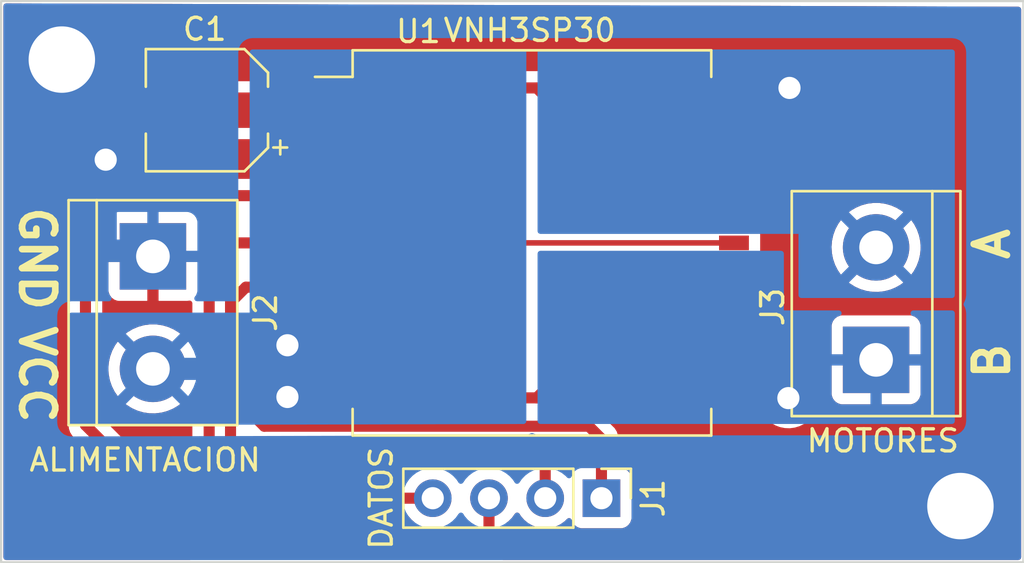
<source format=kicad_pcb>
(kicad_pcb (version 20211014) (generator pcbnew)
  (layers (0 "F.Cu" signal) (31 "B.Cu" signal) (34 "B.Paste" user) (35 "F.Paste" user) (36 "B.SilkS" user "B.Silkscreen") (37 "F.SilkS" user "F.Silkscreen") (38 "B.Mask" user) (39 "F.Mask" user) (44 "Edge.Cuts" user))
  (net 0 "")
  (net 1 "/OUTA")
  (net 3 "/VCCM")
  (net 5 "/INA")
  (net 6 "/EN")
  (net 8 "/PWM")
  (net 10 "/INB")
  (net 13 "/OUTB")
  (net 15 "GND")
  (footprint "Package_SO:ST_MultiPowerSO-30" (layer "F.Cu") (at 29.6672 34.036)
    (fp_text reference "U1" (at -5.1308 -9.5504) (layer "F.SilkS"))
    (fp_text value "VNH3SP30" (at -0.1016 -9.6012) (layer "F.SilkS"))
    (fp_line (start -8.1 -8.7) (end -8.1 -7.5) (layer "F.SilkS") (width 0.12))
    (fp_line (start 8 8.7) (end -8.1 8.7) (layer "F.SilkS") (width 0.12))
    (fp_line (start 8 -8.7) (end -8 -8.7) (layer "F.SilkS") (width 0.12))
    (fp_line (start 8.1 8.7) (end 8.1 7.5) (layer "F.SilkS") (width 0.12))
    (fp_line (start 8 8.7) (end 8.1 8.7) (layer "F.SilkS") (width 0.12))
    (fp_line (start -8.1 -7.5) (end -9.8 -7.5) (layer "F.SilkS") (width 0.12))
    (fp_line (start 8.1 -8.7) (end 8.1 -7.5) (layer "F.SilkS") (width 0.12))
    (fp_line (start 8 -8.7) (end 8.1 -8.7) (layer "F.SilkS") (width 0.12))
    (fp_line (start -8.1 8.7) (end -8.1 7.5) (layer "F.SilkS") (width 0.12))
    (fp_line (start -8 -8.7) (end -8.1 -8.7) (layer "F.SilkS") (width 0.12))
    (pad "1" smd rect (at -9.125 -7 270) (size 0.66 1.35) (layers "F.Cu" "F.Paste" "F.Mask") (net 1 "/OUTA"))
    (pad "2" smd rect (at -9.125 -6 270) (size 0.66 1.35) (layers "F.Cu" "F.Paste" "F.Mask"))
    (pad "3" smd rect (at -9.125 -5 270) (size 0.66 1.35) (layers "F.Cu" "F.Paste" "F.Mask") (net 3 "/VCCM"))
    (pad "4" smd rect (at -9.125 -4 270) (size 0.66 1.35) (layers "F.Cu" "F.Paste" "F.Mask"))
    (pad "5" smd rect (at -9.125 -3 270) (size 0.66 1.35) (layers "F.Cu" "F.Paste" "F.Mask") (net 5 "/INA"))
    (pad "6" smd rect (at -9.125 -2 270) (size 0.66 1.35) (layers "F.Cu" "F.Paste" "F.Mask") (net 6 "/EN"))
    (pad "7" smd rect (at -9.125 -1 270) (size 0.66 1.35) (layers "F.Cu" "F.Paste" "F.Mask"))
    (pad "8" smd rect (at -9.125 0 270) (size 0.66 1.35) (layers "F.Cu" "F.Paste" "F.Mask") (net 8 "/PWM"))
    (pad "9" smd rect (at -9.125 1 270) (size 0.66 1.35) (layers "F.Cu" "F.Paste" "F.Mask"))
    (pad "10" smd rect (at -9.125 2 270) (size 0.66 1.35) (layers "F.Cu" "F.Paste" "F.Mask") (net 6 "/EN"))
    (pad "11" smd rect (at -9.125 3 270) (size 0.66 1.35) (layers "F.Cu" "F.Paste" "F.Mask") (net 10 "/INB"))
    (pad "12" smd rect (at -9.125 4 270) (size 0.66 1.35) (layers "F.Cu" "F.Paste" "F.Mask"))
    (pad "13" smd rect (at -9.125 5 270) (size 0.66 1.35) (layers "F.Cu" "F.Paste" "F.Mask") (net 3 "/VCCM"))
    (pad "14" smd rect (at -9.125 6 270) (size 0.66 1.35) (layers "F.Cu" "F.Paste" "F.Mask"))
    (pad "15" smd rect (at -9.125 7 270) (size 0.66 1.35) (layers "F.Cu" "F.Paste" "F.Mask") (net 13 "/OUTB"))
    (pad "16" smd rect (at 9.125 7 270) (size 0.66 1.35) (layers "F.Cu" "F.Paste" "F.Mask") (net 13 "/OUTB"))
    (pad "17" smd rect (at 9.125 6 270) (size 0.66 1.35) (layers "F.Cu" "F.Paste" "F.Mask"))
    (pad "18" smd rect (at 9.125 5 270) (size 0.66 1.35) (layers "F.Cu" "F.Paste" "F.Mask") (net 15 "GND"))
    (pad "19" smd rect (at 9.125 4 270) (size 0.66 1.35) (layers "F.Cu" "F.Paste" "F.Mask") (net 15 "GND"))
    (pad "20" smd rect (at 9.125 3 270) (size 0.66 1.35) (layers "F.Cu" "F.Paste" "F.Mask") (net 15 "GND"))
    (pad "21" smd rect (at 9.125 2 270) (size 0.66 1.35) (layers "F.Cu" "F.Paste" "F.Mask") (net 13 "/OUTB"))
    (pad "22" smd rect (at 9.125 1 270) (size 0.66 1.35) (layers "F.Cu" "F.Paste" "F.Mask"))
    (pad "23" smd rect (at 9.125 0 270) (size 0.66 1.35) (layers "F.Cu" "F.Paste" "F.Mask") (net 3 "/VCCM"))
    (pad "24" smd rect (at 9.125 -1 270) (size 0.66 1.35) (layers "F.Cu" "F.Paste" "F.Mask"))
    (pad "25" smd rect (at 9.125 -2 270) (size 0.66 1.35) (layers "F.Cu" "F.Paste" "F.Mask") (net 1 "/OUTA"))
    (pad "26" smd rect (at 9.125 -3 270) (size 0.66 1.35) (layers "F.Cu" "F.Paste" "F.Mask") (net 15 "GND"))
    (pad "27" smd rect (at 9.125 -4 270) (size 0.66 1.35) (layers "F.Cu" "F.Paste" "F.Mask") (net 15 "GND"))
    (pad "28" smd rect (at 9.125 -5 270) (size 0.66 1.35) (layers "F.Cu" "F.Paste" "F.Mask") (net 15 "GND"))
    (pad "29" smd rect (at 9.125 -6 270) (size 0.66 1.35) (layers "F.Cu" "F.Paste" "F.Mask"))
    (pad "30" smd rect (at 9.125 -7 270) (size 0.66 1.35) (layers "F.Cu" "F.Paste" "F.Mask") (net 1 "/OUTA"))
    (pad "31" smd rect (at -3.05 0) (size 5.25 10.3) (layers "F.Cu" "F.Paste" "F.Mask") (net 3 "/VCCM"))
    (pad "32" smd rect (at 3.05 -4.165) (size 5.25 6.23) (layers "F.Cu" "F.Paste" "F.Mask") (net 1 "/OUTA"))
    (pad "33" smd rect (at 3.05 4.165) (size 5.25 6.23) (layers "F.Cu" "F.Paste" "F.Mask") (net 13 "/OUTB"))
  )
  (footprint "TerminalBlock:TerminalBlock_bornier-2_P5.08mm" (layer "F.Cu") (at 12.5476 34.6456 -90)
    (fp_text reference "J2" (at 2.54 -5.08 90) (layer "F.SilkS"))
    (fp_text value "ALIMENTACION" (at 9.1948 0.3556 180) (layer "F.SilkS"))
    (fp_line (start 7.62 3.81) (end 7.62 -3.81) (layer "F.SilkS") (width 0.12))
    (fp_line (start -2.54 3.81) (end 7.62 3.81) (layer "F.SilkS") (width 0.12))
    (fp_line (start 7.62 -3.81) (end -2.54 -3.81) (layer "F.SilkS") (width 0.12))
    (fp_line (start -2.54 -3.81) (end -2.54 3.81) (layer "F.SilkS") (width 0.12))
    (fp_line (start 7.62 2.54) (end -2.54 2.54) (layer "F.SilkS") (width 0.12))
    (pad "1" thru_hole rect (at 0 0 270) (size 3 3) (drill 1.52) (layers *.Cu *.Mask) (net 15 "GND"))
    (pad "2" thru_hole circle (at 5.08 0 270) (size 3 3) (drill 1.52) (layers *.Cu *.Mask) (net 3 "/VCCM"))
  )
  (footprint "Capacitor_SMD:CP_Elec_5x5.3" (layer "F.Cu") (at 14.986 28.0416 180)
    (fp_text reference "C1" (at 0.1016 3.6576) (layer "F.SilkS"))
    (fp_text value "C_Polarized" hide)
    (fp_line (start -1.695563 -2.76) (end 2.76 -2.76) (layer "F.SilkS") (width 0.12))
    (fp_line (start -2.76 -1.695563) (end -2.76 -1.06) (layer "F.SilkS") (width 0.12))
    (fp_line (start -1.695563 2.76) (end 2.76 2.76) (layer "F.SilkS") (width 0.12))
    (fp_line (start 2.76 2.76) (end 2.76 1.06) (layer "F.SilkS") (width 0.12))
    (fp_line (start -3.3125 -1.9975) (end -3.3125 -1.3725) (layer "F.SilkS") (width 0.12))
    (fp_line (start -2.76 1.695563) (end -1.695563 2.76) (layer "F.SilkS") (width 0.12))
    (fp_line (start -2.76 -1.695563) (end -1.695563 -2.76) (layer "F.SilkS") (width 0.12))
    (fp_line (start -2.76 1.695563) (end -2.76 1.06) (layer "F.SilkS") (width 0.12))
    (fp_line (start 2.76 -2.76) (end 2.76 -1.06) (layer "F.SilkS") (width 0.12))
    (fp_line (start -3.625 -1.685) (end -3 -1.685) (layer "F.SilkS") (width 0.12))
    (pad "1" smd roundrect (at -2.2 0 180) (size 3 1.6) (layers "F.Cu" "F.Paste" "F.Mask") (roundrect_rratio 0.15625) (net 3 "/VCCM"))
    (pad "2" smd roundrect (at 2.2 0 180) (size 3 1.6) (layers "F.Cu" "F.Paste" "F.Mask") (roundrect_rratio 0.15625) (net 15 "GND"))
  )
  (footprint "TerminalBlock:TerminalBlock_bornier-2_P5.08mm" (layer "F.Cu") (at 45.212 39.3192 90)
    (fp_text reference "J3" (at 2.3876 -4.6736 90) (layer "F.SilkS"))
    (fp_text value "MOTORES" (at -3.6576 0.3048 180) (layer "F.SilkS"))
    (fp_line (start 7.62 -3.81) (end -2.54 -3.81) (layer "F.SilkS") (width 0.12))
    (fp_line (start -2.54 3.81) (end 7.62 3.81) (layer "F.SilkS") (width 0.12))
    (fp_line (start 7.62 2.54) (end -2.54 2.54) (layer "F.SilkS") (width 0.12))
    (fp_line (start 7.62 3.81) (end 7.62 -3.81) (layer "F.SilkS") (width 0.12))
    (fp_line (start -2.54 -3.81) (end -2.54 3.81) (layer "F.SilkS") (width 0.12))
    (pad "1" thru_hole rect (at 0 0 90) (size 3 3) (drill 1.52) (layers *.Cu *.Mask) (net 13 "/OUTB"))
    (pad "2" thru_hole circle (at 5.08 0 90) (size 3 3) (drill 1.52) (layers *.Cu *.Mask) (net 1 "/OUTA"))
  )
  (footprint "Connector_PinHeader_2.54mm:PinHeader_1x04_P2.54mm_Vertical" (layer "F.Cu") (at 32.8068 45.5676 -90)
    (fp_text reference "J1" (at 0 -2.33 90) (layer "F.SilkS"))
    (fp_text value "DATOS" (at 0 9.95 90) (layer "F.SilkS"))
    (fp_line (start -1.33 8.95) (end 1.33 8.95) (layer "F.SilkS") (width 0.12))
    (fp_line (start 1.33 1.27) (end 1.33 8.95) (layer "F.SilkS") (width 0.12))
    (fp_line (start -1.33 0) (end -1.33 -1.33) (layer "F.SilkS") (width 0.12))
    (fp_line (start -1.33 1.27) (end -1.33 8.95) (layer "F.SilkS") (width 0.12))
    (fp_line (start -1.33 1.27) (end 1.33 1.27) (layer "F.SilkS") (width 0.12))
    (fp_line (start -1.33 -1.33) (end 0 -1.33) (layer "F.SilkS") (width 0.12))
    (pad "1" thru_hole rect (at 0 0 270) (size 1.7 1.7) (drill 1) (layers *.Cu *.Mask) (net 10 "/INB"))
    (pad "2" thru_hole oval (at 0 2.54 270) (size 1.7 1.7) (drill 1) (layers *.Cu *.Mask) (net 6 "/EN"))
    (pad "3" thru_hole oval (at 0 5.08 270) (size 1.7 1.7) (drill 1) (layers *.Cu *.Mask) (net 5 "/INA"))
    (pad "4" thru_hole oval (at 0 7.62 270) (size 1.7 1.7) (drill 1) (layers *.Cu *.Mask) (net 8 "/PWM"))
  )
  (gr_rect (start 5.6896 23.114) (end 51.8668 48.4632) (layer "Edge.Cuts") (width 0.1) (fill none))
  (gr_text "GND\n" (at 7.3152 34.7472 270) (layer "F.SilkS") (effects (font (size 1.5 1.5) (thickness 0.3))))
  (gr_text "B" (at 50.4444 39.37 90) (layer "F.SilkS") (effects (font (size 1.5 1.5) (thickness 0.3))))
  (gr_text "VCC" (at 7.3152 39.9796 270) (layer "F.SilkS") (effects (font (size 1.5 1.5) (thickness 0.3))))
  (gr_text "A\n" (at 50.4444 34.0868 90) (layer "F.SilkS") (effects (font (size 1.5 1.5) (thickness 0.3))))
  (segment (start 29.8822 27.036) (end 32.7172 29.871) (width 0.5) (layer "F.Cu") (net 1))
  (segment (start 35.5522 27.036) (end 32.7172 29.871) (width 0.5) (layer "F.Cu") (net 1))
  (segment (start 34.8822 32.036) (end 32.7172 29.871) (width 0.5) (layer "F.Cu") (net 1))
  (segment (start 20.5422 27.036) (end 29.8822 27.036) (width 0.5) (layer "F.Cu") (net 1))
  (segment (start 38.7922 27.036) (end 41.3004 27.036) (width 0.5) (layer "F.Cu") (net 1))
  (segment (start 38.7922 32.036) (end 34.8822 32.036) (width 0.5) (layer "F.Cu") (net 1))
  (segment (start 38.7922 27.036) (end 35.5522 27.036) (width 0.5) (layer "F.Cu") (net 1))
  (via (at 41.3004 27.036) (size 1.7) (drill 1) (layers "F.Cu" "B.Cu") (net 1))
  (segment (start 17.9832 27.8892) (end 19.13 29.036) (width 0.5) (layer "F.Cu") (net 3))
  (segment (start 26.6172 35.5112) (end 26.6172 34.036) (width 0.5) (layer "F.Cu") (net 3))
  (segment (start 26.6172 32.4668) (end 26.6172 34.036) (width 0.5) (layer "F.Cu") (net 3))
  (segment (start 23.0924 39.036) (end 26.6172 35.5112) (width 0.5) (layer "F.Cu") (net 3))
  (segment (start 19.638178 39.036) (end 20.5422 39.036) (width 0.5) (layer "F.Cu") (net 3))
  (segment (start 18.6223 40.051878) (end 19.638178 39.036) (width 0.5) (layer "F.Cu") (net 3))
  (segment (start 18.6223 38.6588) (end 18.9995 39.036) (width 0.5) (layer "F.Cu") (net 3))
  (segment (start 20.5422 39.036) (end 23.0924 39.036) (width 0.5) (layer "F.Cu") (net 3))
  (segment (start 23.1864 29.036) (end 26.6172 32.4668) (width 0.5) (layer "F.Cu") (net 3))
  (segment (start 18.6223 40.9956) (end 18.6223 40.051878) (width 0.5) (layer "F.Cu") (net 3))
  (segment (start 19.13 29.036) (end 20.5422 29.036) (width 0.5) (layer "F.Cu") (net 3))
  (segment (start 38.7922 34.036) (end 26.6172 34.036) (width 0.25) (layer "F.Cu") (net 3))
  (segment (start 18.9995 39.036) (end 20.5422 39.036) (width 0.5) (layer "F.Cu") (net 3))
  (segment (start 20.5422 29.036) (end 23.1864 29.036) (width 0.5) (layer "F.Cu") (net 3))
  (via (at 18.6223 38.6588) (size 1.7) (drill 1) (layers "F.Cu" "B.Cu") (net 3))
  (via (at 18.6223 40.9956) (size 1.7) (drill 1) (layers "F.Cu" "B.Cu") (net 3))
  (segment (start 18.6223 40.9956) (end 17.3523 39.7256) (width 1) (layer "B.Cu") (net 3))
  (segment (start 12.8016 39.4716) (end 13.1064 39.4716) (width 1) (layer "B.Cu") (net 3))
  (segment (start 17.3523 39.7256) (end 12.5476 39.7256) (width 1) (layer "B.Cu") (net 3))
  (segment (start 20.5422 31.036) (end 19.1544 31.036) (width 0.5) (layer "F.Cu") (net 5))
  (segment (start 9.4996 32.3596) (end 9.9568 31.9024) (width 0.5) (layer "F.Cu") (net 5))
  (segment (start 9.9568 31.9024) (end 18.288 31.9024) (width 0.5) (layer "F.Cu") (net 5))
  (segment (start 27.7268 47.6096) (end 14.8436 47.6096) (width 0.5) (layer "F.Cu") (net 5))
  (segment (start 27.7268 45.5676) (end 27.7268 47.6096) (width 0.5) (layer "F.Cu") (net 5))
  (segment (start 18.288 31.9024) (end 19.1544 31.036) (width 0.5) (layer "F.Cu") (net 5))
  (segment (start 9.4996 42.2656) (end 9.4996 32.3596) (width 0.5) (layer "F.Cu") (net 5))
  (segment (start 14.8436 47.6096) (end 9.4996 42.2656) (width 0.5) (layer "F.Cu") (net 5))
  (segment (start 30.2668 45.5676) (end 30.2668 43.932) (width 0.5) (layer "F.Cu") (net 6))
  (segment (start 16.2052 43.2816) (end 16.0528 43.1292) (width 0.5) (layer "F.Cu") (net 6))
  (segment (start 29.6164 43.2816) (end 16.2052 43.2816) (width 0.5) (layer "F.Cu") (net 6))
  (segment (start 16.0528 43.1292) (end 16.0528 36.7284) (width 0.5) (layer "F.Cu") (net 6))
  (segment (start 22.7584 32.6644) (end 22.13 32.036) (width 0.5) (layer "F.Cu") (net 6))
  (segment (start 20.5422 36.036) (end 22.2824 36.036) (width 0.5) (layer "F.Cu") (net 6))
  (segment (start 22.7584 35.56) (end 22.7584 32.6644) (width 0.5) (layer "F.Cu") (net 6))
  (segment (start 22.2824 36.036) (end 22.7584 35.56) (width 0.5) (layer "F.Cu") (net 6))
  (segment (start 22.13 32.036) (end 20.5422 32.036) (width 0.5) (layer "F.Cu") (net 6))
  (segment (start 16.0528 36.7284) (end 16.7452 36.036) (width 0.5) (layer "F.Cu") (net 6))
  (segment (start 16.7452 36.036) (end 20.5422 36.036) (width 0.5) (layer "F.Cu") (net 6))
  (segment (start 30.2668 43.932) (end 29.6164 43.2816) (width 0.5) (layer "F.Cu") (net 6))
  (segment (start 15.0876 44.3484) (end 15.0876 34.5948) (width 0.5) (layer "F.Cu") (net 8))
  (segment (start 16.3068 45.5676) (end 15.0876 44.3484) (width 0.5) (layer "F.Cu") (net 8))
  (segment (start 15.6464 34.036) (end 20.5422 34.036) (width 0.5) (layer "F.Cu") (net 8))
  (segment (start 25.1868 45.5676) (end 16.3068 45.5676) (width 0.5) (layer "F.Cu") (net 8))
  (segment (start 15.0876 34.5948) (end 15.6464 34.036) (width 0.5) (layer "F.Cu") (net 8))
  (segment (start 32.8068 45.5676) (end 32.8068 42.8852) (width 0.5) (layer "F.Cu") (net 10))
  (segment (start 17.8788 37.036) (end 20.5422 37.036) (width 0.5) (layer "F.Cu") (net 10))
  (segment (start 17.5768 42.3164) (end 17.1196 41.8592) (width 0.5) (layer "F.Cu") (net 10))
  (segment (start 32.238 42.3164) (end 17.5768 42.3164) (width 0.5) (layer "F.Cu") (net 10))
  (segment (start 32.8068 42.8852) (end 32.238 42.3164) (width 0.5) (layer "F.Cu") (net 10))
  (segment (start 17.1196 41.8592) (end 17.1196 37.7952) (width 0.5) (layer "F.Cu") (net 10))
  (segment (start 17.1196 37.7952) (end 17.8788 37.036) (width 0.5) (layer "F.Cu") (net 10))
  (segment (start 20.5422 41.036) (end 29.8822 41.036) (width 0.5) (layer "F.Cu") (net 13))
  (segment (start 41.2392 41.036) (end 41.2496 41.0464) (width 0.5) (layer "F.Cu") (net 13))
  (segment (start 38.7922 41.036) (end 35.5522 41.036) (width 0.5) (layer "F.Cu") (net 13))
  (segment (start 29.8822 41.036) (end 32.7172 38.201) (width 0.5) (layer "F.Cu") (net 13))
  (segment (start 38.7922 36.036) (end 34.8822 36.036) (width 0.5) (layer "F.Cu") (net 13))
  (segment (start 34.8822 36.036) (end 32.7172 38.201) (width 0.5) (layer "F.Cu") (net 13))
  (segment (start 38.7922 41.036) (end 41.2392 41.036) (width 0.5) (layer "F.Cu") (net 13))
  (segment (start 35.5522 41.036) (end 32.7172 38.201) (width 0.5) (layer "F.Cu") (net 13))
  (via (at 41.2496 41.0464) (size 1.7) (drill 1) (layers "F.Cu" "B.Cu") (net 13))
  (segment (start 12.786 25.4508) (end 12.786 28.0416) (width 0.5) (layer "F.Cu") (net 15))
  (segment (start 43.434 28.6512) (end 43.434 25.7556) (width 0.5) (layer "F.Cu") (net 15))
  (segment (start 38.7922 37.036) (end 40.6372 37.036) (width 0.5) (layer "F.Cu") (net 15))
  (segment (start 40.64 31.242) (end 40.64 34.036) (width 0.5) (layer "F.Cu") (net 15))
  (segment (start 38.7922 39.036) (end 38.7922 37.036) (width 0.5) (layer "F.Cu") (net 15))
  (segment (start 38.7922 29.036) (end 43.0492 29.036) (width 0.5) (layer "F.Cu") (net 15))
  (segment (start 40.434 31.036) (end 40.64 31.242) (width 0.5) (layer "F.Cu") (net 15))
  (segment (start 43.0492 29.036) (end 43.434 28.6512) (width 0.5) (layer "F.Cu") (net 15))
  (segment (start 10.414 30.2768) (end 10.414 28.1432) (width 1) (layer "F.Cu") (net 15))
  (segment (start 10.414 28.1432) (end 10.5156 28.0416) (width 1) (layer "F.Cu") (net 15))
  (segment (start 38.7922 31.036) (end 40.434 31.036) (width 0.5) (layer "F.Cu") (net 15))
  (segment (start 40.64 34.036) (end 40.64 37.0332) (width 0.5) (layer "F.Cu") (net 15))
  (segment (start 38.7922 29.036) (end 38.7922 31.036) (width 0.5) (layer "F.Cu") (net 15))
  (segment (start 40.6372 37.036) (end 40.64 37.0332) (width 0.5) (layer "F.Cu") (net 15))
  (segment (start 10.5156 28.0416) (end 12.786 28.0416) (width 1) (layer "F.Cu") (net 15))
  (segment (start 43.1292 25.4508) (end 12.786 25.4508) (width 0.5) (layer "F.Cu") (net 15))
  (segment (start 43.434 25.7556) (end 43.1292 25.4508) (width 0.5) (layer "F.Cu") (net 15))
  (via (at 10.414 30.2768) (size 1.7) (drill 1) (layers "F.Cu" "B.Cu") (net 15))
  (via (at 8.4328 25.7556) (size 4) (drill 3) (layers "F.Cu" "B.Cu") (net 15))
  (via (at 49.022 45.9232) (size 3.8) (drill 3) (layers "F.Cu" "B.Cu") (net 15))
  (segment (start 10.5664 34.3916) (end 12.2936 34.3916) (width 1) (layer "B.Cu") (net 15))
  (segment (start 10.5664 34.3916) (end 10.414 34.2392) (width 1) (layer "B.Cu") (net 15))
  (segment (start 10.414 34.2392) (end 10.414 30.2768) (width 1) (layer "B.Cu") (net 15))
  (segment (start 12.2936 34.3916) (end 12.5476 34.6456) (width 1) (layer "B.Cu") (net 15))
  (segment (start 13.1064 34.3916) (end 10.5664 34.3916) (width 1) (layer "B.Cu") (net 15))
  (zone (net 15) (net_name "GND") (layers F&B.Cu) (connect_pads (clearance 0.508)) (min_thickness 0.254) (fill yes (thermal_gap 0.508) (thermal_bridge_width 0.508))
    (polygon (pts (xy 51.7652 48.3616) (xy 5.7912 48.3616) (xy 5.7912 23.2156) (xy 51.7652 23.368)))
  )
  (zone (net 13) (net_name "/OUTB") (layer "B.Cu") (priority 1) (connect_pads (clearance 0.508)) (min_thickness 0.254) (fill yes (thermal_gap 0.508) (thermal_bridge_width 0.508))
    (polygon (pts (xy 41.0464 37.084) (xy 48.768 37.084) (xy 48.768 42.2148) (xy 29.9212 42.2148) (xy 29.9212 34.3916) (xy 41.0464 34.3916)))
  )
  (zone (net 1) (net_name "/OUTA") (layer "B.Cu") (priority 1) (connect_pads (clearance 0.508)) (min_thickness 0.254) (fill yes (thermal_gap 0.508) (thermal_bridge_width 0.508))
    (polygon (pts (xy 48.768 36.5252) (xy 48.006 36.5252) (xy 41.7068 36.5252) (xy 41.7068 33.6296) (xy 29.9212 33.6296) (xy 29.9212 25.2984) (xy 48.768 25.2984)))
  )
  (zone (net 3) (net_name "/VCCM") (layer "B.Cu") (priority 1) (connect_pads (clearance 0.508)) (min_thickness 0.254) (fill yes (thermal_gap 0.508) (thermal_bridge_width 0.508))
    (polygon (pts (xy 29.4132 42.2148) (xy 8.7376 42.2656) (xy 8.7376 37.1856) (xy 16.9164 37.1856) (xy 16.9164 25.2984) (xy 29.4132 25.2984)))
  )
)
</source>
